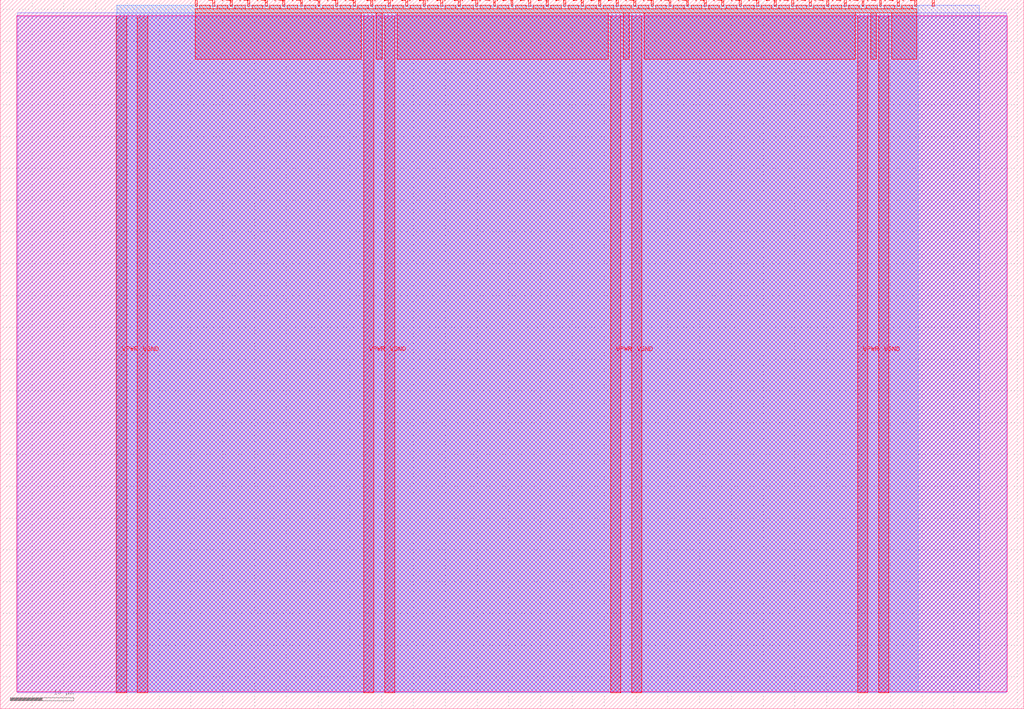
<source format=lef>
VERSION 5.7 ;
  NOWIREEXTENSIONATPIN ON ;
  DIVIDERCHAR "/" ;
  BUSBITCHARS "[]" ;
MACRO tt_um_dma
  CLASS BLOCK ;
  FOREIGN tt_um_dma ;
  ORIGIN 0.000 0.000 ;
  SIZE 161.000 BY 111.520 ;
  PIN VGND
    DIRECTION INOUT ;
    USE GROUND ;
    PORT
      LAYER met4 ;
        RECT 21.580 2.480 23.180 109.040 ;
    END
    PORT
      LAYER met4 ;
        RECT 60.450 2.480 62.050 109.040 ;
    END
    PORT
      LAYER met4 ;
        RECT 99.320 2.480 100.920 109.040 ;
    END
    PORT
      LAYER met4 ;
        RECT 138.190 2.480 139.790 109.040 ;
    END
  END VGND
  PIN VPWR
    DIRECTION INOUT ;
    USE POWER ;
    PORT
      LAYER met4 ;
        RECT 18.280 2.480 19.880 109.040 ;
    END
    PORT
      LAYER met4 ;
        RECT 57.150 2.480 58.750 109.040 ;
    END
    PORT
      LAYER met4 ;
        RECT 96.020 2.480 97.620 109.040 ;
    END
    PORT
      LAYER met4 ;
        RECT 134.890 2.480 136.490 109.040 ;
    END
  END VPWR
  PIN clk
    DIRECTION INPUT ;
    USE SIGNAL ;
    ANTENNAGATEAREA 0.852000 ;
    PORT
      LAYER met4 ;
        RECT 143.830 110.520 144.130 111.520 ;
    END
  END clk
  PIN ena
    DIRECTION INPUT ;
    USE SIGNAL ;
    PORT
      LAYER met4 ;
        RECT 146.590 110.520 146.890 111.520 ;
    END
  END ena
  PIN rst_n
    DIRECTION INPUT ;
    USE SIGNAL ;
    ANTENNAGATEAREA 0.196500 ;
    PORT
      LAYER met4 ;
        RECT 141.070 110.520 141.370 111.520 ;
    END
  END rst_n
  PIN ui_in[0]
    DIRECTION INPUT ;
    USE SIGNAL ;
    ANTENNAGATEAREA 0.196500 ;
    PORT
      LAYER met4 ;
        RECT 138.310 110.520 138.610 111.520 ;
    END
  END ui_in[0]
  PIN ui_in[1]
    DIRECTION INPUT ;
    USE SIGNAL ;
    ANTENNAGATEAREA 0.196500 ;
    PORT
      LAYER met4 ;
        RECT 135.550 110.520 135.850 111.520 ;
    END
  END ui_in[1]
  PIN ui_in[2]
    DIRECTION INPUT ;
    USE SIGNAL ;
    ANTENNAGATEAREA 0.196500 ;
    PORT
      LAYER met4 ;
        RECT 132.790 110.520 133.090 111.520 ;
    END
  END ui_in[2]
  PIN ui_in[3]
    DIRECTION INPUT ;
    USE SIGNAL ;
    ANTENNAGATEAREA 0.196500 ;
    PORT
      LAYER met4 ;
        RECT 130.030 110.520 130.330 111.520 ;
    END
  END ui_in[3]
  PIN ui_in[4]
    DIRECTION INPUT ;
    USE SIGNAL ;
    ANTENNAGATEAREA 0.196500 ;
    PORT
      LAYER met4 ;
        RECT 127.270 110.520 127.570 111.520 ;
    END
  END ui_in[4]
  PIN ui_in[5]
    DIRECTION INPUT ;
    USE SIGNAL ;
    ANTENNAGATEAREA 0.196500 ;
    PORT
      LAYER met4 ;
        RECT 124.510 110.520 124.810 111.520 ;
    END
  END ui_in[5]
  PIN ui_in[6]
    DIRECTION INPUT ;
    USE SIGNAL ;
    ANTENNAGATEAREA 0.196500 ;
    PORT
      LAYER met4 ;
        RECT 121.750 110.520 122.050 111.520 ;
    END
  END ui_in[6]
  PIN ui_in[7]
    DIRECTION INPUT ;
    USE SIGNAL ;
    ANTENNAGATEAREA 0.196500 ;
    PORT
      LAYER met4 ;
        RECT 118.990 110.520 119.290 111.520 ;
    END
  END ui_in[7]
  PIN uio_in[0]
    DIRECTION INPUT ;
    USE SIGNAL ;
    PORT
      LAYER met4 ;
        RECT 116.230 110.520 116.530 111.520 ;
    END
  END uio_in[0]
  PIN uio_in[1]
    DIRECTION INPUT ;
    USE SIGNAL ;
    PORT
      LAYER met4 ;
        RECT 113.470 110.520 113.770 111.520 ;
    END
  END uio_in[1]
  PIN uio_in[2]
    DIRECTION INPUT ;
    USE SIGNAL ;
    PORT
      LAYER met4 ;
        RECT 110.710 110.520 111.010 111.520 ;
    END
  END uio_in[2]
  PIN uio_in[3]
    DIRECTION INPUT ;
    USE SIGNAL ;
    PORT
      LAYER met4 ;
        RECT 107.950 110.520 108.250 111.520 ;
    END
  END uio_in[3]
  PIN uio_in[4]
    DIRECTION INPUT ;
    USE SIGNAL ;
    PORT
      LAYER met4 ;
        RECT 105.190 110.520 105.490 111.520 ;
    END
  END uio_in[4]
  PIN uio_in[5]
    DIRECTION INPUT ;
    USE SIGNAL ;
    PORT
      LAYER met4 ;
        RECT 102.430 110.520 102.730 111.520 ;
    END
  END uio_in[5]
  PIN uio_in[6]
    DIRECTION INPUT ;
    USE SIGNAL ;
    PORT
      LAYER met4 ;
        RECT 99.670 110.520 99.970 111.520 ;
    END
  END uio_in[6]
  PIN uio_in[7]
    DIRECTION INPUT ;
    USE SIGNAL ;
    PORT
      LAYER met4 ;
        RECT 96.910 110.520 97.210 111.520 ;
    END
  END uio_in[7]
  PIN uio_oe[0]
    DIRECTION OUTPUT ;
    USE SIGNAL ;
    PORT
      LAYER met4 ;
        RECT 49.990 110.520 50.290 111.520 ;
    END
  END uio_oe[0]
  PIN uio_oe[1]
    DIRECTION OUTPUT ;
    USE SIGNAL ;
    PORT
      LAYER met4 ;
        RECT 47.230 110.520 47.530 111.520 ;
    END
  END uio_oe[1]
  PIN uio_oe[2]
    DIRECTION OUTPUT ;
    USE SIGNAL ;
    PORT
      LAYER met4 ;
        RECT 44.470 110.520 44.770 111.520 ;
    END
  END uio_oe[2]
  PIN uio_oe[3]
    DIRECTION OUTPUT ;
    USE SIGNAL ;
    PORT
      LAYER met4 ;
        RECT 41.710 110.520 42.010 111.520 ;
    END
  END uio_oe[3]
  PIN uio_oe[4]
    DIRECTION OUTPUT ;
    USE SIGNAL ;
    PORT
      LAYER met4 ;
        RECT 38.950 110.520 39.250 111.520 ;
    END
  END uio_oe[4]
  PIN uio_oe[5]
    DIRECTION OUTPUT ;
    USE SIGNAL ;
    PORT
      LAYER met4 ;
        RECT 36.190 110.520 36.490 111.520 ;
    END
  END uio_oe[5]
  PIN uio_oe[6]
    DIRECTION OUTPUT ;
    USE SIGNAL ;
    PORT
      LAYER met4 ;
        RECT 33.430 110.520 33.730 111.520 ;
    END
  END uio_oe[6]
  PIN uio_oe[7]
    DIRECTION OUTPUT ;
    USE SIGNAL ;
    PORT
      LAYER met4 ;
        RECT 30.670 110.520 30.970 111.520 ;
    END
  END uio_oe[7]
  PIN uio_out[0]
    DIRECTION OUTPUT ;
    USE SIGNAL ;
    PORT
      LAYER met4 ;
        RECT 72.070 110.520 72.370 111.520 ;
    END
  END uio_out[0]
  PIN uio_out[1]
    DIRECTION OUTPUT ;
    USE SIGNAL ;
    PORT
      LAYER met4 ;
        RECT 69.310 110.520 69.610 111.520 ;
    END
  END uio_out[1]
  PIN uio_out[2]
    DIRECTION OUTPUT ;
    USE SIGNAL ;
    PORT
      LAYER met4 ;
        RECT 66.550 110.520 66.850 111.520 ;
    END
  END uio_out[2]
  PIN uio_out[3]
    DIRECTION OUTPUT ;
    USE SIGNAL ;
    PORT
      LAYER met4 ;
        RECT 63.790 110.520 64.090 111.520 ;
    END
  END uio_out[3]
  PIN uio_out[4]
    DIRECTION OUTPUT ;
    USE SIGNAL ;
    PORT
      LAYER met4 ;
        RECT 61.030 110.520 61.330 111.520 ;
    END
  END uio_out[4]
  PIN uio_out[5]
    DIRECTION OUTPUT ;
    USE SIGNAL ;
    PORT
      LAYER met4 ;
        RECT 58.270 110.520 58.570 111.520 ;
    END
  END uio_out[5]
  PIN uio_out[6]
    DIRECTION OUTPUT ;
    USE SIGNAL ;
    PORT
      LAYER met4 ;
        RECT 55.510 110.520 55.810 111.520 ;
    END
  END uio_out[6]
  PIN uio_out[7]
    DIRECTION OUTPUT ;
    USE SIGNAL ;
    PORT
      LAYER met4 ;
        RECT 52.750 110.520 53.050 111.520 ;
    END
  END uio_out[7]
  PIN uo_out[0]
    DIRECTION OUTPUT ;
    USE SIGNAL ;
    ANTENNAGATEAREA 0.126000 ;
    ANTENNADIFFAREA 0.891000 ;
    PORT
      LAYER met4 ;
        RECT 94.150 110.520 94.450 111.520 ;
    END
  END uo_out[0]
  PIN uo_out[1]
    DIRECTION OUTPUT ;
    USE SIGNAL ;
    ANTENNAGATEAREA 0.126000 ;
    ANTENNADIFFAREA 0.891000 ;
    PORT
      LAYER met4 ;
        RECT 91.390 110.520 91.690 111.520 ;
    END
  END uo_out[1]
  PIN uo_out[2]
    DIRECTION OUTPUT ;
    USE SIGNAL ;
    ANTENNAGATEAREA 0.126000 ;
    ANTENNADIFFAREA 0.891000 ;
    PORT
      LAYER met4 ;
        RECT 88.630 110.520 88.930 111.520 ;
    END
  END uo_out[2]
  PIN uo_out[3]
    DIRECTION OUTPUT ;
    USE SIGNAL ;
    ANTENNAGATEAREA 0.126000 ;
    ANTENNADIFFAREA 0.891000 ;
    PORT
      LAYER met4 ;
        RECT 85.870 110.520 86.170 111.520 ;
    END
  END uo_out[3]
  PIN uo_out[4]
    DIRECTION OUTPUT ;
    USE SIGNAL ;
    ANTENNAGATEAREA 0.126000 ;
    ANTENNADIFFAREA 0.891000 ;
    PORT
      LAYER met4 ;
        RECT 83.110 110.520 83.410 111.520 ;
    END
  END uo_out[4]
  PIN uo_out[5]
    DIRECTION OUTPUT ;
    USE SIGNAL ;
    ANTENNAGATEAREA 0.126000 ;
    ANTENNADIFFAREA 0.891000 ;
    PORT
      LAYER met4 ;
        RECT 80.350 110.520 80.650 111.520 ;
    END
  END uo_out[5]
  PIN uo_out[6]
    DIRECTION OUTPUT ;
    USE SIGNAL ;
    ANTENNAGATEAREA 0.126000 ;
    ANTENNADIFFAREA 0.891000 ;
    PORT
      LAYER met4 ;
        RECT 77.590 110.520 77.890 111.520 ;
    END
  END uo_out[6]
  PIN uo_out[7]
    DIRECTION OUTPUT ;
    USE SIGNAL ;
    ANTENNADIFFAREA 0.445500 ;
    PORT
      LAYER met4 ;
        RECT 74.830 110.520 75.130 111.520 ;
    END
  END uo_out[7]
  OBS
      LAYER nwell ;
        RECT 2.570 2.635 158.430 108.990 ;
      LAYER li1 ;
        RECT 2.760 2.635 158.240 108.885 ;
      LAYER met1 ;
        RECT 2.760 2.480 158.240 109.440 ;
      LAYER met2 ;
        RECT 18.310 2.535 154.000 110.685 ;
      LAYER met3 ;
        RECT 18.290 2.555 144.375 110.665 ;
      LAYER met4 ;
        RECT 31.370 110.120 33.030 110.665 ;
        RECT 34.130 110.120 35.790 110.665 ;
        RECT 36.890 110.120 38.550 110.665 ;
        RECT 39.650 110.120 41.310 110.665 ;
        RECT 42.410 110.120 44.070 110.665 ;
        RECT 45.170 110.120 46.830 110.665 ;
        RECT 47.930 110.120 49.590 110.665 ;
        RECT 50.690 110.120 52.350 110.665 ;
        RECT 53.450 110.120 55.110 110.665 ;
        RECT 56.210 110.120 57.870 110.665 ;
        RECT 58.970 110.120 60.630 110.665 ;
        RECT 61.730 110.120 63.390 110.665 ;
        RECT 64.490 110.120 66.150 110.665 ;
        RECT 67.250 110.120 68.910 110.665 ;
        RECT 70.010 110.120 71.670 110.665 ;
        RECT 72.770 110.120 74.430 110.665 ;
        RECT 75.530 110.120 77.190 110.665 ;
        RECT 78.290 110.120 79.950 110.665 ;
        RECT 81.050 110.120 82.710 110.665 ;
        RECT 83.810 110.120 85.470 110.665 ;
        RECT 86.570 110.120 88.230 110.665 ;
        RECT 89.330 110.120 90.990 110.665 ;
        RECT 92.090 110.120 93.750 110.665 ;
        RECT 94.850 110.120 96.510 110.665 ;
        RECT 97.610 110.120 99.270 110.665 ;
        RECT 100.370 110.120 102.030 110.665 ;
        RECT 103.130 110.120 104.790 110.665 ;
        RECT 105.890 110.120 107.550 110.665 ;
        RECT 108.650 110.120 110.310 110.665 ;
        RECT 111.410 110.120 113.070 110.665 ;
        RECT 114.170 110.120 115.830 110.665 ;
        RECT 116.930 110.120 118.590 110.665 ;
        RECT 119.690 110.120 121.350 110.665 ;
        RECT 122.450 110.120 124.110 110.665 ;
        RECT 125.210 110.120 126.870 110.665 ;
        RECT 127.970 110.120 129.630 110.665 ;
        RECT 130.730 110.120 132.390 110.665 ;
        RECT 133.490 110.120 135.150 110.665 ;
        RECT 136.250 110.120 137.910 110.665 ;
        RECT 139.010 110.120 140.670 110.665 ;
        RECT 141.770 110.120 143.430 110.665 ;
        RECT 30.655 109.440 144.145 110.120 ;
        RECT 30.655 102.175 56.750 109.440 ;
        RECT 59.150 102.175 60.050 109.440 ;
        RECT 62.450 102.175 95.620 109.440 ;
        RECT 98.020 102.175 98.920 109.440 ;
        RECT 101.320 102.175 134.490 109.440 ;
        RECT 136.890 102.175 137.790 109.440 ;
        RECT 140.190 102.175 144.145 109.440 ;
  END
END tt_um_dma
END LIBRARY


</source>
